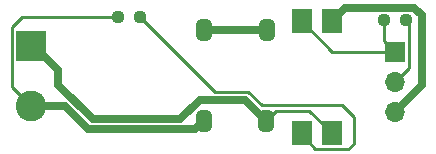
<source format=gbr>
%TF.GenerationSoftware,KiCad,Pcbnew,7.0.10*%
%TF.CreationDate,2024-02-12T10:02:05+01:00*%
%TF.ProjectId,CURRENT_SENSOR_SMD,43555252-454e-4545-9f53-454e534f525f,rev?*%
%TF.SameCoordinates,Original*%
%TF.FileFunction,Copper,L1,Top*%
%TF.FilePolarity,Positive*%
%FSLAX46Y46*%
G04 Gerber Fmt 4.6, Leading zero omitted, Abs format (unit mm)*
G04 Created by KiCad (PCBNEW 7.0.10) date 2024-02-12 10:02:05*
%MOMM*%
%LPD*%
G01*
G04 APERTURE LIST*
G04 Aperture macros list*
%AMRoundRect*
0 Rectangle with rounded corners*
0 $1 Rounding radius*
0 $2 $3 $4 $5 $6 $7 $8 $9 X,Y pos of 4 corners*
0 Add a 4 corners polygon primitive as box body*
4,1,4,$2,$3,$4,$5,$6,$7,$8,$9,$2,$3,0*
0 Add four circle primitives for the rounded corners*
1,1,$1+$1,$2,$3*
1,1,$1+$1,$4,$5*
1,1,$1+$1,$6,$7*
1,1,$1+$1,$8,$9*
0 Add four rect primitives between the rounded corners*
20,1,$1+$1,$2,$3,$4,$5,0*
20,1,$1+$1,$4,$5,$6,$7,0*
20,1,$1+$1,$6,$7,$8,$9,0*
20,1,$1+$1,$8,$9,$2,$3,0*%
G04 Aperture macros list end*
%TA.AperFunction,SMDPad,CuDef*%
%ADD10R,1.780000X2.000000*%
%TD*%
%TA.AperFunction,SMDPad,CuDef*%
%ADD11RoundRect,0.237500X-0.250000X-0.237500X0.250000X-0.237500X0.250000X0.237500X-0.250000X0.237500X0*%
%TD*%
%TA.AperFunction,SMDPad,CuDef*%
%ADD12RoundRect,0.237500X0.250000X0.237500X-0.250000X0.237500X-0.250000X-0.237500X0.250000X-0.237500X0*%
%TD*%
%TA.AperFunction,ComponentPad*%
%ADD13R,1.700000X1.700000*%
%TD*%
%TA.AperFunction,ComponentPad*%
%ADD14O,1.700000X1.700000*%
%TD*%
%TA.AperFunction,ComponentPad*%
%ADD15R,2.600000X2.600000*%
%TD*%
%TA.AperFunction,ComponentPad*%
%ADD16C,2.600000*%
%TD*%
%TA.AperFunction,SMDPad,CuDef*%
%ADD17RoundRect,0.318750X-0.318750X0.581250X-0.318750X-0.581250X0.318750X-0.581250X0.318750X0.581250X0*%
%TD*%
%TA.AperFunction,Conductor*%
%ADD18C,0.250000*%
%TD*%
%TA.AperFunction,Conductor*%
%ADD19C,0.700000*%
%TD*%
G04 APERTURE END LIST*
D10*
%TO.P,U1,1*%
%TO.N,Net-(R1-Pad1)*%
X78613000Y-64836000D03*
%TO.P,U1,2*%
%TO.N,Net-(J1-Pin_1)*%
X81153000Y-64836000D03*
%TO.P,U1,3*%
%TO.N,GND*%
X81153000Y-55306000D03*
%TO.P,U1,4*%
%TO.N,Net-(J2-Pin_1)*%
X78613000Y-55306000D03*
%TD*%
D11*
%TO.P,R2,1*%
%TO.N,Net-(J2-Pin_1)*%
X85574500Y-55245000D03*
%TO.P,R2,2*%
%TO.N,+5V*%
X87399500Y-55245000D03*
%TD*%
D12*
%TO.P,R1,1*%
%TO.N,Net-(R1-Pad1)*%
X64912500Y-55000000D03*
%TO.P,R1,2*%
%TO.N,Net-(J1-Pin_2)*%
X63087500Y-55000000D03*
%TD*%
D13*
%TO.P,J2,1,Pin_1*%
%TO.N,Net-(J2-Pin_1)*%
X86500000Y-57960000D03*
D14*
%TO.P,J2,2,Pin_2*%
%TO.N,+5V*%
X86500000Y-60500000D03*
%TO.P,J2,3,Pin_3*%
%TO.N,GND*%
X86500000Y-63040000D03*
%TD*%
D15*
%TO.P,J1,1,Pin_1*%
%TO.N,Net-(J1-Pin_1)*%
X55695000Y-57455000D03*
D16*
%TO.P,J1,2,Pin_2*%
%TO.N,Net-(J1-Pin_2)*%
X55695000Y-62535000D03*
%TD*%
D17*
%TO.P,D1,1,+*%
%TO.N,Net-(D1-+)*%
X75662500Y-56100000D03*
%TO.P,D1,2,-*%
X70362500Y-56100000D03*
%TO.P,D1,3*%
%TO.N,Net-(J1-Pin_2)*%
X70300000Y-63800000D03*
%TO.P,D1,4*%
%TO.N,Net-(J1-Pin_1)*%
X75600000Y-63800000D03*
%TD*%
D18*
%TO.N,Net-(J2-Pin_1)*%
X81201000Y-57960000D02*
X86500000Y-57960000D01*
X78613000Y-55372000D02*
X81201000Y-57960000D01*
X78613000Y-55306000D02*
X78613000Y-55372000D01*
%TO.N,Net-(R1-Pad1)*%
X74079594Y-61325000D02*
X71237500Y-61325000D01*
X83000000Y-65717000D02*
X83000000Y-63455000D01*
X71237500Y-61325000D02*
X64912500Y-55000000D01*
X82035000Y-62490000D02*
X75244594Y-62490000D01*
X78613000Y-65024000D02*
X79756000Y-66167000D01*
X83000000Y-63455000D02*
X82035000Y-62490000D01*
X79756000Y-66167000D02*
X82550000Y-66167000D01*
X78613000Y-64836000D02*
X78613000Y-65024000D01*
X82550000Y-66167000D02*
X83000000Y-65717000D01*
X75244594Y-62490000D02*
X74079594Y-61325000D01*
D19*
%TO.N,GND*%
X88773000Y-60767000D02*
X86500000Y-63040000D01*
X88773000Y-54864000D02*
X88773000Y-60767000D01*
X88129000Y-54220000D02*
X88773000Y-54864000D01*
X82239000Y-54220000D02*
X88129000Y-54220000D01*
X81153000Y-55306000D02*
X82239000Y-54220000D01*
D18*
%TO.N,Net-(J1-Pin_1)*%
X79257000Y-62940000D02*
X81153000Y-64836000D01*
X76460000Y-62940000D02*
X79257000Y-62940000D01*
X75600000Y-63800000D02*
X76460000Y-62940000D01*
D19*
%TO.N,Net-(J1-Pin_2)*%
X69573000Y-64527000D02*
X70300000Y-63800000D01*
X58535000Y-62535000D02*
X60527000Y-64527000D01*
X55695000Y-62535000D02*
X58535000Y-62535000D01*
X60527000Y-64527000D02*
X69573000Y-64527000D01*
%TO.N,Net-(J1-Pin_1)*%
X68344402Y-63627000D02*
X69971402Y-62000000D01*
X73800000Y-62000000D02*
X75600000Y-63800000D01*
X58000000Y-60727208D02*
X60899792Y-63627000D01*
X58000000Y-59500000D02*
X58000000Y-60727208D01*
X69971402Y-62000000D02*
X73800000Y-62000000D01*
X55955000Y-57455000D02*
X58000000Y-59500000D01*
X55695000Y-57455000D02*
X55955000Y-57455000D01*
X60899792Y-63627000D02*
X68344402Y-63627000D01*
D18*
%TO.N,+5V*%
X87399500Y-55245000D02*
X87675000Y-55520500D01*
%TO.N,Net-(J2-Pin_1)*%
X85574500Y-55245000D02*
X85574500Y-57034500D01*
%TO.N,+5V*%
X87675000Y-59325000D02*
X86500000Y-60500000D01*
%TO.N,Net-(J2-Pin_1)*%
X85574500Y-57034500D02*
X86500000Y-57960000D01*
%TO.N,+5V*%
X87675000Y-55520500D02*
X87675000Y-59325000D01*
D19*
%TO.N,Net-(D1-+)*%
X70362500Y-56100000D02*
X75662500Y-56100000D01*
D18*
%TO.N,Net-(J1-Pin_2)*%
X54070000Y-60910000D02*
X55695000Y-62535000D01*
X54070000Y-55830000D02*
X54070000Y-60910000D01*
X63087500Y-55000000D02*
X54900000Y-55000000D01*
X54900000Y-55000000D02*
X54070000Y-55830000D01*
%TD*%
M02*

</source>
